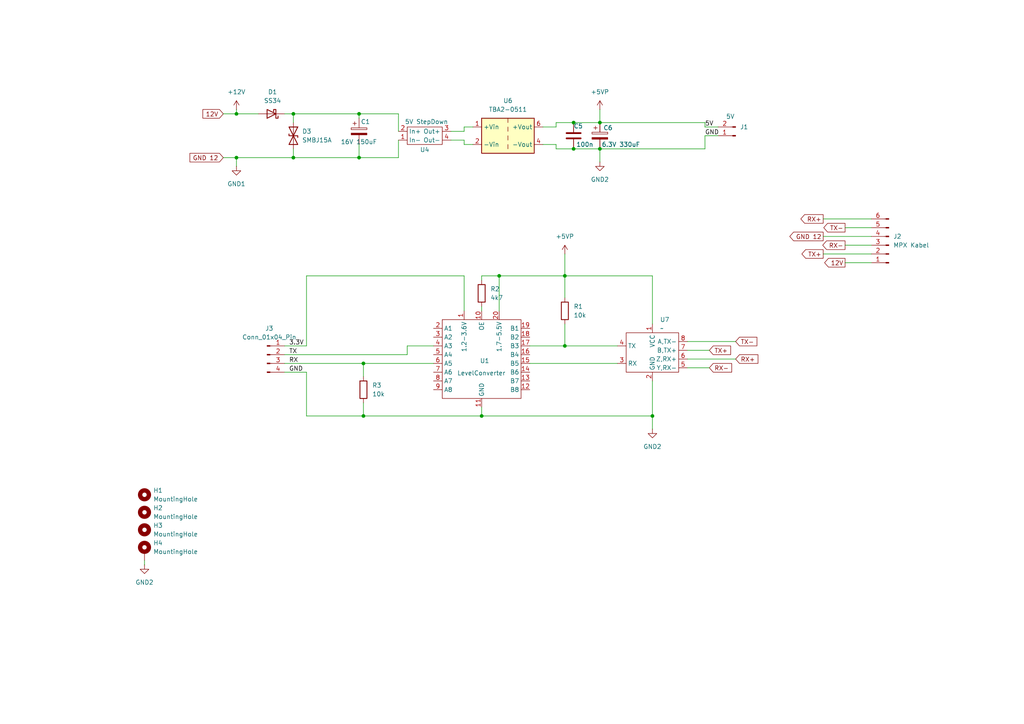
<source format=kicad_sch>
(kicad_sch (version 20250114) (generator "eeschema") (generator_version "9.0")
  (paper "A4")
  (lib_symbols
    (symbol "Connector:Conn_01x02_Pin" (pin_names (offset 1.016) (hide yes))
      (property "Reference" "J" (at 0 2.54 0))
      (property "Value" "Conn_01x02_Pin" (at 0 -5.08 0))
      (symbol "Conn_01x02_Pin_1_1"
        (rectangle (start 0.8636 0.127) (end 0 -0.127) (stroke (width 0.1524)) (fill (type outline)))
        (rectangle (start 0.8636 -2.413) (end 0 -2.667) (stroke (width 0.1524)) (fill (type outline)))
        (polyline (pts (xy 1.27 0) (xy 0.8636 0)) (stroke (width 0.1524)))
        (polyline (pts (xy 1.27 -2.54) (xy 0.8636 -2.54)) (stroke (width 0.1524)))
        (pin passive line (at 5.08 0 180) (length 3.81) (name "Pin_1") (number "1"))
        (pin passive line (at 5.08 -2.54 180) (length 3.81) (name "Pin_2") (number "2"))
      )
    )
    (symbol "Connector:Conn_01x04_Pin" (pin_names (offset 1.016) (hide yes))
      (property "Reference" "J" (at 0 5.08 0))
      (property "Value" "Conn_01x04_Pin" (at 0 -7.62 0))
      (symbol "Conn_01x04_Pin_1_1"
        (rectangle (start 0.8636 2.667) (end 0 2.413) (stroke (width 0.1524)) (fill (type outline)))
        (rectangle (start 0.8636 0.127) (end 0 -0.127) (stroke (width 0.1524)) (fill (type outline)))
        (rectangle (start 0.8636 -2.413) (end 0 -2.667) (stroke (width 0.1524)) (fill (type outline)))
        (rectangle (start 0.8636 -4.953) (end 0 -5.207) (stroke (width 0.1524)) (fill (type outline)))
        (polyline (pts (xy 1.27 2.54) (xy 0.8636 2.54)) (stroke (width 0.1524)))
        (polyline (pts (xy 1.27 0) (xy 0.8636 0)) (stroke (width 0.1524)))
        (polyline (pts (xy 1.27 -2.54) (xy 0.8636 -2.54)) (stroke (width 0.1524)))
        (polyline (pts (xy 1.27 -5.08) (xy 0.8636 -5.08)) (stroke (width 0.1524)))
        (pin passive line (at 5.08 2.54 180) (length 3.81) (name "Pin_1") (number "1"))
        (pin passive line (at 5.08 0 180) (length 3.81) (name "Pin_2") (number "2"))
        (pin passive line (at 5.08 -2.54 180) (length 3.81) (name "Pin_3") (number "3"))
        (pin passive line (at 5.08 -5.08 180) (length 3.81) (name "Pin_4") (number "4"))
      )
    )
    (symbol "Connector:Conn_01x06_Pin" (pin_names (offset 1.016) (hide yes))
      (property "Reference" "J" (at 0 7.62 0))
      (property "Value" "Conn_01x06_Pin" (at 0 -10.16 0))
      (symbol "Conn_01x06_Pin_1_1"
        (rectangle (start 0.8636 5.207) (end 0 4.953) (stroke (width 0.1524)) (fill (type outline)))
        (rectangle (start 0.8636 2.667) (end 0 2.413) (stroke (width 0.1524)) (fill (type outline)))
        (rectangle (start 0.8636 0.127) (end 0 -0.127) (stroke (width 0.1524)) (fill (type outline)))
        (rectangle (start 0.8636 -2.413) (end 0 -2.667) (stroke (width 0.1524)) (fill (type outline)))
        (rectangle (start 0.8636 -4.953) (end 0 -5.207) (stroke (width 0.1524)) (fill (type outline)))
        (rectangle (start 0.8636 -7.493) (end 0 -7.747) (stroke (width 0.1524)) (fill (type outline)))
        (polyline (pts (xy 1.27 5.08) (xy 0.8636 5.08)) (stroke (width 0.1524)))
        (polyline (pts (xy 1.27 2.54) (xy 0.8636 2.54)) (stroke (width 0.1524)))
        (polyline (pts (xy 1.27 0) (xy 0.8636 0)) (stroke (width 0.1524)))
        (polyline (pts (xy 1.27 -2.54) (xy 0.8636 -2.54)) (stroke (width 0.1524)))
        (polyline (pts (xy 1.27 -5.08) (xy 0.8636 -5.08)) (stroke (width 0.1524)))
        (polyline (pts (xy 1.27 -7.62) (xy 0.8636 -7.62)) (stroke (width 0.1524)))
        (pin passive line (at 5.08 5.08 180) (length 3.81) (name "Pin_1") (number "1"))
        (pin passive line (at 5.08 2.54 180) (length 3.81) (name "Pin_2") (number "2"))
        (pin passive line (at 5.08 0 180) (length 3.81) (name "Pin_3") (number "3"))
        (pin passive line (at 5.08 -2.54 180) (length 3.81) (name "Pin_4") (number "4"))
        (pin passive line (at 5.08 -5.08 180) (length 3.81) (name "Pin_5") (number "5"))
        (pin passive line (at 5.08 -7.62 180) (length 3.81) (name "Pin_6") (number "6"))
      )
    )
    (symbol "Converter_DCDC:TBA2-0511"
      (property "Reference" "U" (at -6.35 6.35 0))
      (property "Value" "TBA2-0511" (at 2.54 6.35 0))
      (symbol "TBA2-0511_0_1"
        (rectangle (start -7.62 5.08) (end 7.62 -5.08) (stroke (width 0.254)) (fill (type background)))
        (polyline (pts (xy 0 5.08) (xy 0 3.81)))
        (polyline (pts (xy 0 2.54) (xy 0 1.27)))
        (polyline (pts (xy 0 0) (xy 0 -1.27)))
        (polyline (pts (xy 0 -2.54) (xy 0 -3.81)))
      )
      (symbol "TBA2-0511_1_1"
        (pin power_in line (at -10.16 2.54 0) (length 2.54) (name "+Vin") (number "1"))
        (pin power_in line (at -10.16 -2.54 0) (length 2.54) (name "-Vin") (number "2"))
        (pin power_out line (at 10.16 2.54 180) (length 2.54) (name "+Vout") (number "6"))
        (pin power_out line (at 10.16 -2.54 180) (length 2.54) (name "-Vout") (number "4"))
      )
    )
    (symbol "Device:C" (pin_numbers (hide yes)) (pin_names (offset 0.254))
      (property "Reference" "C" (at 0.635 2.54 0))
      (property "Value" "C" (at 0.635 -2.54 0))
      (symbol "C_0_1"
        (polyline (pts (xy -2.032 0.762) (xy 2.032 0.762)) (stroke (width 0.508)))
        (polyline (pts (xy -2.032 -0.762) (xy 2.032 -0.762)) (stroke (width 0.508)))
      )
      (symbol "C_1_1"
        (pin passive line (at 0 3.81 270) (length 2.794) (name "~") (number "1"))
        (pin passive line (at 0 -3.81 90) (length 2.794) (name "~") (number "2"))
      )
    )
    (symbol "Device:C_Polarized" (pin_numbers (hide yes)) (pin_names (offset 0.254))
      (property "Reference" "C" (at 0.635 2.54 0))
      (property "Value" "C_Polarized" (at 0.635 -2.54 0))
      (symbol "C_Polarized_0_1"
        (rectangle (start -2.286 0.508) (end 2.286 1.016))
        (polyline (pts (xy -1.778 2.286) (xy -0.762 2.286)))
        (polyline (pts (xy -1.27 2.794) (xy -1.27 1.778)))
        (rectangle (start 2.286 -0.508) (end -2.286 -1.016) (fill (type outline)))
      )
      (symbol "C_Polarized_1_1"
        (pin passive line (at 0 3.81 270) (length 2.794) (name "~") (number "1"))
        (pin passive line (at 0 -3.81 90) (length 2.794) (name "~") (number "2"))
      )
    )
    (symbol "Device:D_TVS" (pin_numbers (hide yes)) (pin_names (offset 1.016) (hide yes))
      (property "Reference" "D" (at 0 2.54 0))
      (property "Value" "D_TVS" (at 0 -2.54 0))
      (symbol "D_TVS_0_1"
        (polyline (pts (xy -2.54 1.27) (xy -2.54 -1.27) (xy 2.54 1.27) (xy 2.54 -1.27) (xy -2.54 1.27)) (stroke (width 0.254)))
        (polyline (pts (xy 0.508 1.27) (xy 0 1.27) (xy 0 -1.27) (xy -0.508 -1.27)) (stroke (width 0.254)))
        (polyline (pts (xy 1.27 0) (xy -1.27 0)))
      )
      (symbol "D_TVS_1_1"
        (pin passive line (at -3.81 0 0) (length 2.54) (name "A1") (number "1"))
        (pin passive line (at 3.81 0 180) (length 2.54) (name "A2") (number "2"))
      )
    )
    (symbol "Device:R" (pin_numbers (hide yes)) (pin_names (offset 0))
      (property "Reference" "R" (at 2.032 0 90))
      (property "Value" "R" (at 0 0 90))
      (symbol "R_0_1"
        (rectangle (start -1.016 -2.54) (end 1.016 2.54) (stroke (width 0.254)))
      )
      (symbol "R_1_1"
        (pin passive line (at 0 3.81 270) (length 1.27) (name "~") (number "1"))
        (pin passive line (at 0 -3.81 90) (length 1.27) (name "~") (number "2"))
      )
    )
    (symbol "Diode:SS34" (pin_numbers (hide yes)) (pin_names (offset 1.016) (hide yes))
      (property "Reference" "D" (at 0 2.54 0))
      (property "Value" "SS34" (at 0 -2.54 0))
      (symbol "SS34_0_1"
        (polyline (pts (xy -1.905 0.635) (xy -1.905 1.27) (xy -1.27 1.27) (xy -1.27 -1.27) (xy -0.635 -1.27) (xy -0.635 -0.635)) (stroke (width 0.254)))
        (polyline (pts (xy 1.27 1.27) (xy 1.27 -1.27) (xy -1.27 0) (xy 1.27 1.27)) (stroke (width 0.254)))
        (polyline (pts (xy 1.27 0) (xy -1.27 0)))
      )
      (symbol "SS34_1_1"
        (pin passive line (at -3.81 0 0) (length 2.54) (name "K") (number "1"))
        (pin passive line (at 3.81 0 180) (length 2.54) (name "A") (number "2"))
      )
    )
    (symbol "Mechanical:MountingHole" (pin_names (offset 1.016)) (exclude_from_sim yes) (in_bom no)
      (property "Reference" "H" (at 0 5.08 0))
      (property "Value" "MountingHole" (at 0 3.175 0))
      (symbol "MountingHole_0_1"
        (circle (center 0 0) (radius 1.27) (stroke (width 1.27)))
      )
    )
    (symbol "Mechanical:MountingHole_Pad" (pin_numbers (hide yes)) (pin_names (offset 1.016) (hide yes)) (exclude_from_sim yes) (in_bom no)
      (property "Reference" "H" (at 0 6.35 0))
      (property "Value" "MountingHole_Pad" (at 0 4.445 0))
      (symbol "MountingHole_Pad_0_1"
        (circle (center 0 1.27) (radius 1.27) (stroke (width 1.27)))
      )
      (symbol "MountingHole_Pad_1_1"
        (pin input line (at 0 -2.54 90) (length 2.54) (name "1") (number "1"))
      )
    )
    (symbol "ViKay2_Library:LevelConversion_8Kanal"
      (property "Reference" "U" (at 0 0 0))
      (symbol "LevelConversion_8Kanal_0_1"
        (rectangle (start -11.43 6.35) (end 11.43 -16.51))
      )
      (symbol "LevelConversion_8Kanal_1_1"
        (pin input line (at -13.97 3.81 0) (length 2.54) (name "A1") (number "2"))
        (pin input line (at -13.97 1.27 0) (length 2.54) (name "A2") (number "3"))
        (pin input line (at -13.97 -1.27 0) (length 2.54) (name "A3") (number "4"))
        (pin input line (at -13.97 -3.81 0) (length 2.54) (name "A4") (number "5"))
        (pin input line (at -13.97 -6.35 0) (length 2.54) (name "A5") (number "6"))
        (pin input line (at -13.97 -8.89 0) (length 2.54) (name "A6") (number "7"))
        (pin input line (at -13.97 -11.43 0) (length 2.54) (name "A7") (number "8"))
        (pin input line (at -13.97 -13.97 0) (length 2.54) (name "A8") (number "9"))
        (pin input line (at -5.08 8.89 270) (length 2.54) (name "1.2-3.6V") (number "1"))
        (pin input line (at 0 8.89 270) (length 2.54) (name "OE") (number "10"))
        (pin input line (at 0 -19.05 90) (length 2.54) (name "GND") (number "11"))
        (pin input line (at 5.08 8.89 270) (length 2.54) (name "1.7-5.5V") (number "20"))
        (pin input line (at 13.97 3.81 180) (length 2.54) (name "B1") (number "19"))
        (pin input line (at 13.97 1.27 180) (length 2.54) (name "B2") (number "18"))
        (pin input line (at 13.97 -1.27 180) (length 2.54) (name "B3") (number "17"))
        (pin input line (at 13.97 -3.81 180) (length 2.54) (name "B4") (number "16"))
        (pin input line (at 13.97 -6.35 180) (length 2.54) (name "B5") (number "15"))
        (pin input line (at 13.97 -8.89 180) (length 2.54) (name "B6") (number "14"))
        (pin input line (at 13.97 -11.43 180) (length 2.54) (name "B7") (number "13"))
        (pin input line (at 13.97 -13.97 180) (length 2.54) (name "B8") (number "12"))
      )
    )
    (symbol "ViKay2_Library:QYF-998_RS-422"
      (property "Reference" "U" (at 0 3.81 0))
      (symbol "QYF-998_RS-422_0_1"
        (rectangle (start -7.62 6.35) (end 7.62 -5.08))
      )
      (symbol "QYF-998_RS-422_1_1"
        (pin input line (at -10.16 2.54 0) (length 2.54) (name "TX") (number "4"))
        (pin input line (at -10.16 -2.54 0) (length 2.54) (name "RX") (number "3"))
        (pin input line (at 0 8.89 270) (length 2.54) (name "VCC") (number "1"))
        (pin input line (at 0 -7.62 90) (length 2.54) (name "GND") (number "2"))
        (pin input line (at 10.16 3.81 180) (length 2.54) (name "A,TX-") (number "8"))
        (pin input line (at 10.16 1.27 180) (length 2.54) (name "B,TX+") (number "7"))
        (pin input line (at 10.16 -1.27 180) (length 2.54) (name "Z,RX+") (number "6"))
        (pin input line (at 10.16 -3.81 180) (length 2.54) (name "Y,RX-") (number "5"))
      )
    )
    (symbol "ViKay2_Library:Step-Down_5V" (in_bom no)
      (property "Reference" "U" (at 0 0 0))
      (symbol "Step-Down_5V_0_1"
        (rectangle (start -5.08 2.54) (end 5.08 -2.54))
      )
      (symbol "Step-Down_5V_1_1"
        (pin input line (at -7.62 1.27 0) (length 2.54) (name "In+") (number "2"))
        (pin input line (at -7.62 -1.27 0) (length 2.54) (name "In-") (number "1"))
        (pin output line (at 7.62 1.27 180) (length 2.54) (name "Out+") (number "3"))
        (pin output line (at 7.62 -1.27 180) (length 2.54) (name "Out-") (number "4"))
      )
    )
    (symbol "power:+12V" (power) (pin_numbers (hide yes)) (pin_names (offset 0) (hide yes))
      (property "Value" "+12V" (at 0 3.556 0))
      (symbol "+12V_0_1"
        (polyline (pts (xy -0.762 1.27) (xy 0 2.54)))
        (polyline (pts (xy 0 2.54) (xy 0.762 1.27)))
        (polyline (pts (xy 0 0) (xy 0 2.54)))
      )
      (symbol "+12V_1_1"
        (pin power_in line (at 0 0 90) (length 0) (name "~") (number "1"))
      )
    )
    (symbol "power:+5VP" (power) (pin_numbers (hide yes)) (pin_names (offset 0) (hide yes))
      (property "Value" "+5VP" (at 0 3.556 0))
      (symbol "+5VP_0_1"
        (polyline (pts (xy -0.762 1.27) (xy 0 2.54)))
        (polyline (pts (xy 0 2.54) (xy 0.762 1.27)))
        (polyline (pts (xy 0 0) (xy 0 2.54)))
      )
      (symbol "+5VP_1_1"
        (pin power_in line (at 0 0 90) (length 0) (name "~") (number "1"))
      )
    )
    (symbol "power:GND1" (power) (pin_numbers (hide yes)) (pin_names (offset 0) (hide yes))
      (property "Value" "GND1" (at 0 -3.81 0))
      (symbol "GND1_0_1"
        (polyline (pts (xy 0 0) (xy 0 -1.27) (xy 1.27 -1.27) (xy 0 -2.54) (xy -1.27 -1.27) (xy 0 -1.27)))
      )
      (symbol "GND1_1_1"
        (pin power_in line (at 0 0 270) (length 0) (name "~") (number "1"))
      )
    )
    (symbol "power:GND2" (power) (pin_numbers (hide yes)) (pin_names (offset 0) (hide yes))
      (property "Value" "GND2" (at 0 -3.81 0))
      (symbol "GND2_0_1"
        (polyline (pts (xy 0 0) (xy 0 -1.27) (xy 1.27 -1.27) (xy 0 -2.54) (xy -1.27 -1.27) (xy 0 -1.27)))
      )
      (symbol "GND2_1_1"
        (pin power_in line (at 0 0 270) (length 0) (name "~") (number "1"))
      )
    )
  )
  (junction (at 68.58 33.02))
  (junction (at 68.58 45.72))
  (junction (at 173.99 35.56))
  (junction (at 163.83 100.33))
  (junction (at 163.83 80.01))
  (junction (at 166.37 35.56))
  (junction (at 85.09 33.02))
  (junction (at 104.14 33.02))
  (junction (at 85.09 45.72))
  (junction (at 104.14 45.72))
  (junction (at 105.41 105.41))
  (junction (at 189.23 120.65))
  (junction (at 144.78 80.01))
  (junction (at 166.37 43.18))
  (junction (at 105.41 120.65))
  (junction (at 139.7 120.65))
  (junction (at 173.99 43.18))
  (wire (pts (xy 134.62 80.01) (xy 88.9 80.01)))
  (wire (pts (xy 173.99 31.75) (xy 173.99 35.56)))
  (wire (pts (xy 238.76 68.58) (xy 252.73 68.58)))
  (wire (pts (xy 153.67 100.33) (xy 163.83 100.33)))
  (wire (pts (xy 139.7 80.01) (xy 144.78 80.01)))
  (wire (pts (xy 105.41 120.65) (xy 88.9 120.65)))
  (wire (pts (xy 137.16 41.91) (xy 134.62 41.91)))
  (wire (pts (xy 199.39 101.6) (xy 205.74 101.6)))
  (wire (pts (xy 199.39 104.14) (xy 213.36 104.14)))
  (wire (pts (xy 105.41 105.41) (xy 105.41 109.22)))
  (wire (pts (xy 163.83 73.66) (xy 163.83 80.01)))
  (wire (pts (xy 163.83 93.98) (xy 163.83 100.33)))
  (wire (pts (xy 115.57 45.72) (xy 115.57 40.64)))
  (wire (pts (xy 139.7 120.65) (xy 189.23 120.65)))
  (wire (pts (xy 82.55 102.87) (xy 118.11 102.87)))
  (wire (pts (xy 199.39 99.06) (xy 213.36 99.06)))
  (wire (pts (xy 166.37 35.56) (xy 173.99 35.56)))
  (wire (pts (xy 68.58 33.02) (xy 68.58 31.75)))
  (wire (pts (xy 166.37 43.18) (xy 173.99 43.18)))
  (wire (pts (xy 104.14 41.91) (xy 104.14 45.72)))
  (wire (pts (xy 189.23 120.65) (xy 189.23 124.46)))
  (wire (pts (xy 104.14 33.02) (xy 115.57 33.02)))
  (wire (pts (xy 245.11 76.2) (xy 252.73 76.2)))
  (wire (pts (xy 134.62 41.91) (xy 134.62 40.64)))
  (wire (pts (xy 204.47 39.37) (xy 204.47 43.18)))
  (wire (pts (xy 68.58 45.72) (xy 85.09 45.72)))
  (wire (pts (xy 118.11 100.33) (xy 125.73 100.33)))
  (wire (pts (xy 161.29 35.56) (xy 166.37 35.56)))
  (wire (pts (xy 64.77 33.02) (xy 68.58 33.02)))
  (wire (pts (xy 163.83 80.01) (xy 163.83 86.36)))
  (wire (pts (xy 173.99 43.18) (xy 173.99 46.99)))
  (wire (pts (xy 85.09 33.02) (xy 104.14 33.02)))
  (wire (pts (xy 163.83 100.33) (xy 179.07 100.33)))
  (wire (pts (xy 139.7 88.9) (xy 139.7 90.17)))
  (wire (pts (xy 82.55 105.41) (xy 105.41 105.41)))
  (wire (pts (xy 161.29 43.18) (xy 166.37 43.18)))
  (wire (pts (xy 105.41 116.84) (xy 105.41 120.65)))
  (wire (pts (xy 130.81 38.1) (xy 134.62 38.1)))
  (wire (pts (xy 204.47 43.18) (xy 173.99 43.18)))
  (wire (pts (xy 153.67 105.41) (xy 179.07 105.41)))
  (wire (pts (xy 238.76 73.66) (xy 252.73 73.66)))
  (wire (pts (xy 144.78 90.17) (xy 144.78 80.01)))
  (wire (pts (xy 88.9 120.65) (xy 88.9 107.95)))
  (wire (pts (xy 134.62 40.64) (xy 130.81 40.64)))
  (wire (pts (xy 157.48 41.91) (xy 161.29 41.91)))
  (wire (pts (xy 189.23 110.49) (xy 189.23 120.65)))
  (wire (pts (xy 139.7 81.28) (xy 139.7 80.01)))
  (wire (pts (xy 85.09 33.02) (xy 85.09 35.56)))
  (wire (pts (xy 139.7 120.65) (xy 105.41 120.65)))
  (wire (pts (xy 173.99 35.56) (xy 204.47 35.56)))
  (wire (pts (xy 208.28 39.37) (xy 204.47 39.37)))
  (wire (pts (xy 104.14 34.29) (xy 104.14 33.02)))
  (wire (pts (xy 74.93 33.02) (xy 68.58 33.02)))
  (wire (pts (xy 88.9 80.01) (xy 88.9 100.33)))
  (wire (pts (xy 134.62 90.17) (xy 134.62 80.01)))
  (wire (pts (xy 245.11 66.04) (xy 252.73 66.04)))
  (wire (pts (xy 238.76 63.5) (xy 252.73 63.5)))
  (wire (pts (xy 88.9 107.95) (xy 82.55 107.95)))
  (wire (pts (xy 139.7 118.11) (xy 139.7 120.65)))
  (wire (pts (xy 88.9 100.33) (xy 82.55 100.33)))
  (wire (pts (xy 104.14 45.72) (xy 115.57 45.72)))
  (wire (pts (xy 199.39 106.68) (xy 205.74 106.68)))
  (wire (pts (xy 68.58 45.72) (xy 68.58 48.26)))
  (wire (pts (xy 41.91 162.56) (xy 41.91 163.83)))
  (wire (pts (xy 161.29 41.91) (xy 161.29 43.18)))
  (wire (pts (xy 189.23 80.01) (xy 189.23 93.98)))
  (wire (pts (xy 163.83 80.01) (xy 189.23 80.01)))
  (wire (pts (xy 204.47 36.83) (xy 204.47 35.56)))
  (wire (pts (xy 85.09 43.18) (xy 85.09 45.72)))
  (wire (pts (xy 85.09 45.72) (xy 104.14 45.72)))
  (wire (pts (xy 161.29 36.83) (xy 161.29 35.56)))
  (wire (pts (xy 64.77 45.72) (xy 68.58 45.72)))
  (wire (pts (xy 134.62 38.1) (xy 134.62 36.83)))
  (wire (pts (xy 144.78 80.01) (xy 163.83 80.01)))
  (wire (pts (xy 208.28 36.83) (xy 204.47 36.83)))
  (wire (pts (xy 115.57 33.02) (xy 115.57 38.1)))
  (wire (pts (xy 82.55 33.02) (xy 85.09 33.02)))
  (wire (pts (xy 157.48 36.83) (xy 161.29 36.83)))
  (wire (pts (xy 118.11 102.87) (xy 118.11 100.33)))
  (wire (pts (xy 105.41 105.41) (xy 125.73 105.41)))
  (wire (pts (xy 134.62 36.83) (xy 137.16 36.83)))
  (wire (pts (xy 245.11 71.12) (xy 252.73 71.12)))
  (label "3.3V" (at 83.82 100.33 0))
  (label "GND" (at 83.82 107.95 0))
  (label "TX" (at 83.82 102.87 0))
  (label "RX" (at 83.82 105.41 0))
  (label "5V" (at 204.47 36.83 0))
  (label "GND" (at 204.47 39.37 0))
  (global_label "12V" (shape input) (at 64.77 33.02 180) (property "Intersheetrefs" "${INTERSHEET_REFS}" (effects (hide yes))))
  (global_label "TX+" (shape output) (at 238.76 73.66 180) (property "Intersheetrefs" "${INTERSHEET_REFS}" (effects (hide yes))))
  (global_label "TX-" (shape output) (at 245.11 66.04 180) (property "Intersheetrefs" "${INTERSHEET_REFS}" (effects (hide yes))))
  (global_label "RX+" (shape output) (at 238.76 63.5 180) (property "Intersheetrefs" "${INTERSHEET_REFS}" (effects (hide yes))))
  (global_label "TX+" (shape input) (at 205.74 101.6 0) (property "Intersheetrefs" "${INTERSHEET_REFS}" (effects (hide yes))))
  (global_label "12V" (shape output) (at 245.11 76.2 180) (property "Intersheetrefs" "${INTERSHEET_REFS}" (effects (hide yes))))
  (global_label "TX-" (shape input) (at 213.36 99.06 0) (property "Intersheetrefs" "${INTERSHEET_REFS}" (effects (hide yes))))
  (global_label "RX-" (shape output) (at 245.11 71.12 180) (property "Intersheetrefs" "${INTERSHEET_REFS}" (effects (hide yes))))
  (global_label "RX+" (shape input) (at 213.36 104.14 0) (property "Intersheetrefs" "${INTERSHEET_REFS}" (effects (hide yes))))
  (global_label "GND 12" (shape input) (at 64.77 45.72 180) (property "Intersheetrefs" "${INTERSHEET_REFS}" (effects (hide yes))))
  (global_label "RX-" (shape input) (at 205.74 106.68 0) (property "Intersheetrefs" "${INTERSHEET_REFS}" (effects (hide yes))))
  (global_label "GND 12" (shape output) (at 238.76 68.58 180) (property "Intersheetrefs" "${INTERSHEET_REFS}" (effects (hide yes))))
  (symbol (lib_id "Connector:Conn_01x06_Pin") (at 257.81 71.12 180) (unit 1)
    (property "Reference" "J2" (at 259.08 68.5799 0) (effects (justify right)))
    (property "Value" "MPX Kabel" (at 259.08 71.1199 0) (effects (justify right)))
    (property "Footprint" "ViKay_Library:MPX_Adapter_small_6Pol" (effects (hide yes)))
    (property "Description" "Generic connector, single row, 01x06, script generated" (effects (hide yes)))
  )
  (symbol (lib_id "Device:C") (at 166.37 39.37 0) (unit 1)
    (property "Reference" "C5" (at 166.37 36.576 0) (effects (justify left)))
    (property "Value" "100n" (at 167.132 41.91 0) (effects (justify left)))
    (property "Footprint" "Capacitor_SMD:C_0805_2012Metric_Pad1.18x1.45mm_HandSolder" (effects (hide yes)))
    (property "Description" "Unpolarized capacitor" (effects (hide yes)))
  )
  (symbol (lib_id "ViKay2_Library:LevelConversion_8Kanal") (at 139.7 99.06 0) (unit 1)
    (property "Reference" "U1" (at 139.192 104.648 0) (effects (justify left)))
    (property "Value" "LevelConverter" (at 132.588 108.204 0) (effects (justify left)))
    (property "Footprint" "ViKay2_Library:LevelConversion_TXB0108" (effects (hide yes)))
  )
  (symbol (lib_id "power:GND2") (at 41.91 163.83 0) (unit 1)
    (property "Reference" "#PWR07" (effects (hide yes)))
    (property "Value" "GND2" (at 41.91 168.91 0))
    (property "Description" "Power symbol creates a global label with name \"GND2\" , ground" (effects (hide yes)))
  )
  (symbol (lib_id "Mechanical:MountingHole_Pad") (at 41.91 160.02 0) (unit 1) (exclude_from_sim yes) (in_bom no)
    (property "Reference" "H4" (at 44.45 157.4799 0) (effects (justify left)))
    (property "Value" "MountingHole" (at 44.45 160.0199 0) (effects (justify left)))
    (property "Footprint" "MountingHole:MountingHole_3.2mm_M3_Pad_Via" (effects (hide yes)))
    (property "Description" "Mounting Hole with connection" (effects (hide yes)))
  )
  (symbol (lib_id "power:GND2") (at 189.23 124.46 0) (unit 1)
    (property "Reference" "#PWR06" (effects (hide yes)))
    (property "Value" "GND2" (at 189.23 129.54 0))
    (property "Description" "Power symbol creates a global label with name \"GND2\" , ground" (effects (hide yes)))
  )
  (symbol (lib_id "Connector:Conn_01x02_Pin") (at 213.36 39.37 180) (unit 1)
    (property "Reference" "J1" (at 214.63 36.8299 0) (effects (justify right)))
    (property "Value" "5V" (at 210.566 33.782 0) (effects (justify right)))
    (property "Footprint" "Connector_PinHeader_2.54mm:PinHeader_1x02_P2.54mm_Vertical" (effects (hide yes)))
    (property "Description" "Generic connector, single row, 01x02, script generated" (effects (hide yes)))
  )
  (symbol (lib_id "Diode:SS34") (at 78.74 33.02 180) (unit 1)
    (property "Reference" "D1" (at 79.0575 26.67 0))
    (property "Value" "SS34" (at 79.0575 29.21 0))
    (property "Footprint" "Diode_SMD:D_SMA" (effects (hide yes)))
    (property "Datasheet" "https://www.vishay.com/docs/88751/ss32.pdf" (effects (hide yes)))
    (property "Description" "40V 3A Schottky Diode, SMA" (effects (hide yes)))
  )
  (symbol (lib_id "Mechanical:MountingHole") (at 41.91 148.59 0) (unit 1) (exclude_from_sim yes) (in_bom no)
    (property "Reference" "H2" (at 44.45 147.3199 0) (effects (justify left)))
    (property "Value" "MountingHole" (at 44.45 149.8599 0) (effects (justify left)))
    (property "Footprint" "MountingHole:MountingHole_3.2mm_M3_ISO7380" (effects (hide yes)))
    (property "Description" "Mounting Hole without connection" (effects (hide yes)))
  )
  (symbol (lib_id "Mechanical:MountingHole") (at 41.91 143.51 0) (unit 1) (exclude_from_sim yes) (in_bom no)
    (property "Reference" "H1" (at 44.45 142.2399 0) (effects (justify left)))
    (property "Value" "MountingHole" (at 44.45 144.7799 0) (effects (justify left)))
    (property "Footprint" "MountingHole:MountingHole_3.2mm_M3_ISO7380" (effects (hide yes)))
    (property "Description" "Mounting Hole without connection" (effects (hide yes)))
  )
  (symbol (lib_id "Device:R") (at 163.83 90.17 0) (unit 1)
    (property "Reference" "R1" (at 166.37 88.8999 0) (effects (justify left)))
    (property "Value" "10k" (at 166.37 91.4399 0) (effects (justify left)))
    (property "Footprint" "Resistor_THT:R_Axial_DIN0207_L6.3mm_D2.5mm_P10.16mm_Horizontal" (effects (hide yes)))
    (property "Description" "Resistor" (effects (hide yes)))
  )
  (symbol (lib_id "Mechanical:MountingHole") (at 41.91 153.67 0) (unit 1) (exclude_from_sim yes) (in_bom no)
    (property "Reference" "H3" (at 44.45 152.3999 0) (effects (justify left)))
    (property "Value" "MountingHole" (at 44.45 154.9399 0) (effects (justify left)))
    (property "Footprint" "MountingHole:MountingHole_3.2mm_M3_ISO7380" (effects (hide yes)))
    (property "Description" "Mounting Hole without connection" (effects (hide yes)))
  )
  (symbol (lib_id "Device:C_Polarized") (at 173.99 39.37 0) (unit 1)
    (property "Reference" "C6" (at 175.006 37.084 0) (effects (justify left)))
    (property "Value" "6.3V 330uF" (at 174.498 41.91 0) (effects (justify left)))
    (property "Footprint" "Capacitor_Tantalum_SMD:CP_EIA-7343-31_Kemet-D_Pad2.25x2.55mm_HandSolder" (effects (hide yes)))
    (property "Description" "Polarized capacitor" (effects (hide yes)))
  )
  (symbol (lib_id "ViKay2_Library:Step-Down_5V") (at 123.19 39.37 0) (unit 1) (in_bom no)
    (property "Reference" "U4" (at 123.19 43.434 0))
    (property "Value" "5V StepDown" (at 123.698 35.306 0))
    (property "Footprint" "ViKay2_Library:Step-Down 5V" (effects (hide yes)))
  )
  (symbol (lib_id "Converter_DCDC:TBA2-0511") (at 147.32 39.37 0) (unit 1)
    (property "Reference" "U6" (at 147.32 29.21 0))
    (property "Value" "TBA2-0511" (at 147.32 31.75 0))
    (property "Footprint" "ViKay2_Library:TBA2-xxxx_liegend" (effects (hide yes)))
    (property "Datasheet" "https://www.tracopower.com/products/tba2.pdf" (effects (hide yes)))
    (property "Description" "2W DC/DC converter unregulated, 4.5-5.5V input, 5V fixed output voltage, 400mA output, 1.5kVDC isolation, SIP-7" (effects (hide yes)))
  )
  (symbol (lib_id "Device:R") (at 105.41 113.03 0) (unit 1)
    (property "Reference" "R3" (at 107.95 111.7599 0) (effects (justify left)))
    (property "Value" "10k" (at 107.95 114.2999 0) (effects (justify left)))
    (property "Footprint" "Resistor_THT:R_Axial_DIN0207_L6.3mm_D2.5mm_P10.16mm_Horizontal" (effects (hide yes)))
    (property "Description" "Resistor" (effects (hide yes)))
  )
  (symbol (lib_id "power:+5VP") (at 163.83 73.66 0) (unit 1)
    (property "Reference" "#PWR05" (effects (hide yes)))
    (property "Value" "+5VP" (at 163.83 68.58 0))
    (property "Description" "Power symbol creates a global label with name \"+5VP\"" (effects (hide yes)))
  )
  (symbol (lib_id "Device:C_Polarized") (at 104.14 38.1 0) (unit 1)
    (property "Reference" "C1" (at 104.648 35.306 0) (effects (justify left)))
    (property "Value" "16V 150uF" (at 98.806 41.148 0) (effects (justify left)))
    (property "Footprint" "Capacitor_Tantalum_SMD:CP_EIA-7343-31_Kemet-D_Pad2.25x2.55mm_HandSolder" (effects (hide yes)))
    (property "Description" "Polarized capacitor" (effects (hide yes)))
  )
  (symbol (lib_id "power:+5VP") (at 173.99 31.75 0) (unit 1)
    (property "Reference" "#PWR04" (effects (hide yes)))
    (property "Value" "+5VP" (at 173.99 26.67 0))
    (property "Description" "Power symbol creates a global label with name \"+5VP\"" (effects (hide yes)))
  )
  (symbol (lib_id "Device:R") (at 139.7 85.09 0) (unit 1)
    (property "Reference" "R2" (at 142.24 83.8199 0) (effects (justify left)))
    (property "Value" "4k7" (at 142.24 86.3599 0) (effects (justify left)))
    (property "Footprint" "Resistor_THT:R_Axial_DIN0207_L6.3mm_D2.5mm_P10.16mm_Horizontal" (effects (hide yes)))
    (property "Description" "Resistor" (effects (hide yes)))
  )
  (symbol (lib_id "power:GND2") (at 173.99 46.99 0) (unit 1)
    (property "Reference" "#PWR03" (effects (hide yes)))
    (property "Value" "GND2" (at 173.99 52.07 0))
    (property "Description" "Power symbol creates a global label with name \"GND2\" , ground" (effects (hide yes)))
  )
  (symbol (lib_id "power:+12V") (at 68.58 31.75 0) (unit 1)
    (property "Reference" "#PWR01" (effects (hide yes)))
    (property "Value" "+12V" (at 68.58 26.67 0))
    (property "Description" "Power symbol creates a global label with name \"+12V\"" (effects (hide yes)))
  )
  (symbol (lib_id "Connector:Conn_01x04_Pin") (at 77.47 102.87 0) (unit 1)
    (property "Reference" "J3" (at 78.105 95.25 0))
    (property "Value" "Conn_01x04_Pin" (at 78.105 97.79 0))
    (property "Footprint" "Connector_PinHeader_2.54mm:PinHeader_1x04_P2.54mm_Vertical" (effects (hide yes)))
    (property "Description" "Generic connector, single row, 01x04, script generated" (effects (hide yes)))
  )
  (symbol (lib_id "ViKay2_Library:QYF-998_RS-422") (at 189.23 102.87 0) (unit 1)
    (property "Reference" "U7" (at 191.4241 92.71 0) (effects (justify left)))
    (property "Value" "~" (at 191.4241 95.25 0) (effects (justify left)))
    (property "Footprint" "ViKay2_Library:QYF-998_RS-422" (effects (hide yes)))
  )
  (symbol (lib_id "power:GND1") (at 68.58 48.26 0) (unit 1)
    (property "Reference" "#PWR02" (effects (hide yes)))
    (property "Value" "GND1" (at 68.58 53.34 0))
    (property "Description" "Power symbol creates a global label with name \"GND1\" , ground" (effects (hide yes)))
  )
  (symbol (lib_id "Device:D_TVS") (at 85.09 39.37 270) (unit 1)
    (property "Reference" "D3" (at 87.63 38.0999 90) (effects (justify left)))
    (property "Value" "SMBJ15A" (at 87.63 40.6399 90) (effects (justify left)))
    (property "Footprint" "Diode_SMD:D_SMB_Handsoldering" (effects (hide yes)))
    (property "Description" "Bidirectional transient-voltage-suppression diode" (effects (hide yes)))
  )
)
</source>
